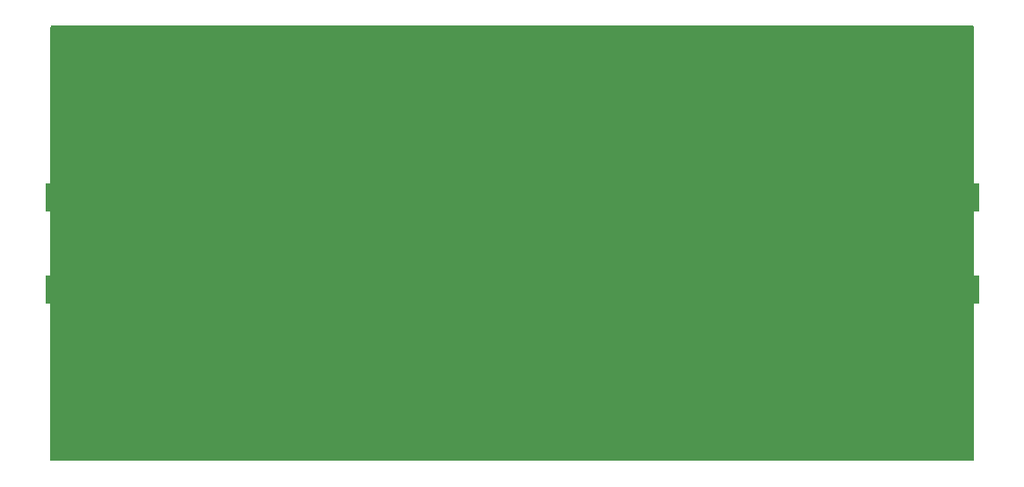
<source format=gbs>
%TF.GenerationSoftware,KiCad,Pcbnew,(5.99.0-8090-ga1d7a959f7)*%
%TF.CreationDate,2021-01-05T15:40:31+00:00*%
%TF.ProjectId,BGYAmp,42475941-6d70-42e6-9b69-6361645f7063,rev?*%
%TF.SameCoordinates,Original*%
%TF.FileFunction,Soldermask,Bot*%
%TF.FilePolarity,Negative*%
%FSLAX46Y46*%
G04 Gerber Fmt 4.6, Leading zero omitted, Abs format (unit mm)*
G04 Created by KiCad (PCBNEW (5.99.0-8090-ga1d7a959f7)) date 2021-01-05 15:40:31*
%MOMM*%
%LPD*%
G01*
G04 APERTURE LIST*
%ADD10R,5.000000X2.800000*%
G04 APERTURE END LIST*
D10*
%TO.C,J1*%
X102550600Y-152950000D03*
X102550600Y-144050000D03*
%TD*%
%TO.C,J2*%
X187500000Y-152950000D03*
X187500000Y-144050000D03*
%TD*%
G36*
X189434121Y-127528002D02*
G01*
X189480614Y-127581658D01*
X189492000Y-127634000D01*
X189492000Y-169366000D01*
X189471998Y-169434121D01*
X189418342Y-169480614D01*
X189366000Y-169492000D01*
X100634000Y-169492000D01*
X100565879Y-169471998D01*
X100519386Y-169418342D01*
X100508000Y-169366000D01*
X100508000Y-127634000D01*
X100528002Y-127565879D01*
X100581658Y-127519386D01*
X100634000Y-127508000D01*
X189366000Y-127508000D01*
X189434121Y-127528002D01*
G37*
M02*

</source>
